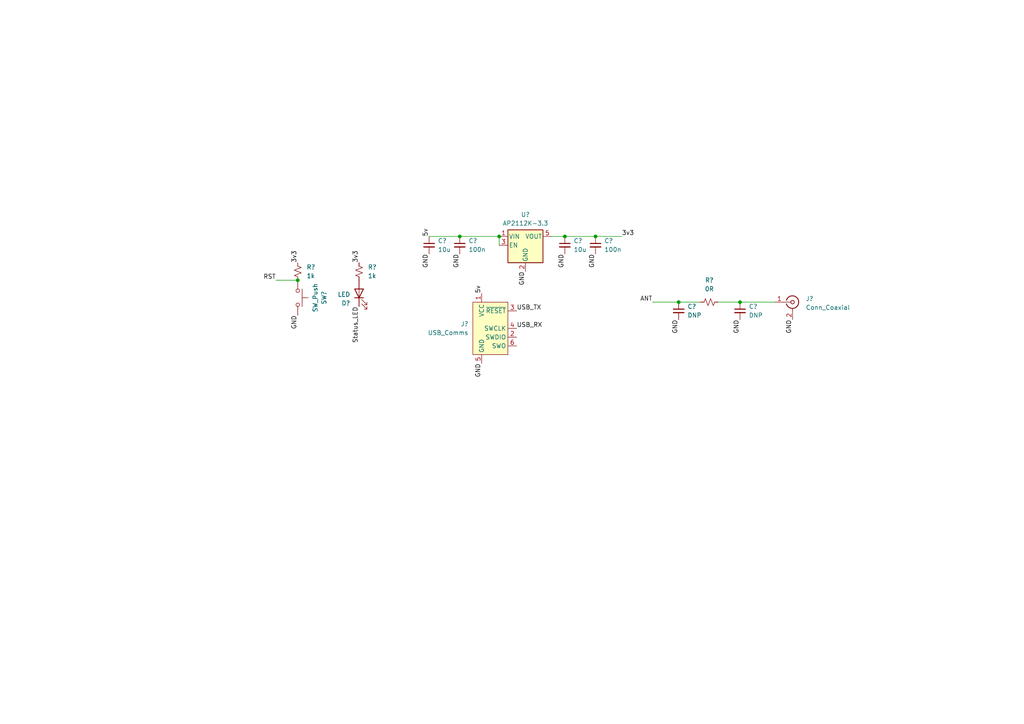
<source format=kicad_sch>
(kicad_sch (version 20230121) (generator eeschema)
  (paper "A4")
  (lib_symbols
    (symbol "Connector:Conn_ARM_SWD_TagConnect_TC2030" (in_bom no)
      (property "Reference" "J" (at 2.54 11.43 0))
      (property "Value" "Conn_ARM_SWD_TagConnect_TC2030" (at 5.08 8.89 0))
      (symbol "Conn_ARM_SWD_TagConnect_TC2030_0_0"
        (pin power_in line (at -2.54 10.16 270) (length 2.54) (name "VCC") (number "1"))
        (pin bidirectional line (at 7.62 -2.54 180) (length 2.54) (name "SWDIO") (number "2"))
        (pin open_collector line (at 7.62 5.08 180) (length 2.54) (name "~{RESET}") (number "3"))
        (pin output line (at 7.62 0 180) (length 2.54) (name "SWCLK") (number "4"))
        (pin power_in line (at -2.54 -10.16 90) (length 2.54) (name "GND") (number "5"))
        (pin input line (at 7.62 -5.08 180) (length 2.54) (name "SWO") (number "6"))
      )
      (symbol "Conn_ARM_SWD_TagConnect_TC2030_0_1"
        (rectangle (start -5.08 7.62) (end 5.08 -7.62) (fill (type background)))
      )
    )
    (symbol "Connector:Conn_Coaxial" (pin_names (offset 1.016) hide)
      (property "Reference" "J" (at 0.254 3.048 0))
      (property "Value" "Conn_Coaxial" (at 2.921 0 90))
      (symbol "Conn_Coaxial_0_1"
        (arc (start -1.778 -0.508) (mid 0.2311 -1.8066) (end 1.778 0) (stroke (width 0.254)))
        (polyline (pts (xy -2.54 0) (xy -0.508 0)))
        (polyline (pts (xy 0 -2.54) (xy 0 -1.778)))
        (circle (center 0 0) (radius 0.508) (stroke (width 0.2032)))
        (arc (start 1.778 0) (mid 0.2099 1.8101) (end -1.778 0.508) (stroke (width 0.254)))
      )
      (symbol "Conn_Coaxial_1_1"
        (pin passive line (at -5.08 0 0) (length 2.54) (name "In") (number "1"))
        (pin passive line (at 0 -5.08 90) (length 2.54) (name "Ext") (number "2"))
      )
    )
    (symbol "Device:C_Small" (pin_numbers hide) (pin_names (offset 0.254) hide)
      (property "Reference" "C" (at 0.254 1.778 0))
      (property "Value" "C_Small" (at 0.254 -2.032 0))
      (symbol "C_Small_0_1"
        (polyline (pts (xy -1.524 -0.508) (xy 1.524 -0.508)) (stroke (width 0.3302)))
        (polyline (pts (xy -1.524 0.508) (xy 1.524 0.508)) (stroke (width 0.3048)))
      )
      (symbol "C_Small_1_1"
        (pin passive line (at 0 2.54 270) (length 2.032) (name "~") (number "1"))
        (pin passive line (at 0 -2.54 90) (length 2.032) (name "~") (number "2"))
      )
    )
    (symbol "Device:LED" (pin_numbers hide) (pin_names (offset 1.016) hide)
      (property "Reference" "D" (at 0 2.54 0))
      (property "Value" "LED" (at 0 -2.54 0))
      (symbol "LED_0_1"
        (polyline (pts (xy -1.27 -1.27) (xy -1.27 1.27)) (stroke (width 0.254)))
        (polyline (pts (xy -1.27 0) (xy 1.27 0)))
        (polyline (pts (xy 1.27 -1.27) (xy 1.27 1.27) (xy -1.27 0) (xy 1.27 -1.27)) (stroke (width 0.254)))
        (polyline (pts (xy -3.048 -0.762) (xy -4.572 -2.286) (xy -3.81 -2.286) (xy -4.572 -2.286) (xy -4.572 -1.524)))
        (polyline (pts (xy -1.778 -0.762) (xy -3.302 -2.286) (xy -2.54 -2.286) (xy -3.302 -2.286) (xy -3.302 -1.524)))
      )
      (symbol "LED_1_1"
        (pin passive line (at -3.81 0 0) (length 2.54) (name "K") (number "1"))
        (pin passive line (at 3.81 0 180) (length 2.54) (name "A") (number "2"))
      )
    )
    (symbol "Device:R_Small_US" (pin_numbers hide) (pin_names (offset 0.254) hide)
      (property "Reference" "R" (at 0.762 0.508 0))
      (property "Value" "R_Small_US" (at 0.762 -1.016 0))
      (symbol "R_Small_US_1_1"
        (polyline (pts (xy 0 0) (xy 1.016 -0.381) (xy 0 -0.762) (xy -1.016 -1.143) (xy 0 -1.524)))
        (polyline (pts (xy 0 1.524) (xy 1.016 1.143) (xy 0 0.762) (xy -1.016 0.381) (xy 0 0)))
        (pin passive line (at 0 2.54 270) (length 1.016) (name "~") (number "1"))
        (pin passive line (at 0 -2.54 90) (length 1.016) (name "~") (number "2"))
      )
    )
    (symbol "Regulator_Linear:AP2112K-3.3" (pin_names (offset 0.254))
      (property "Reference" "U" (at -5.08 5.715 0))
      (property "Value" "AP2112K-3.3" (at 0 5.715 0))
      (symbol "AP2112K-3.3_0_1"
        (rectangle (start -5.08 4.445) (end 5.08 -5.08) (stroke (width 0.254)) (fill (type background)))
      )
      (symbol "AP2112K-3.3_1_1"
        (pin power_in line (at -7.62 2.54 0) (length 2.54) (name "VIN") (number "1"))
        (pin power_in line (at 0 -7.62 90) (length 2.54) (name "GND") (number "2"))
        (pin input line (at -7.62 0 0) (length 2.54) (name "EN") (number "3"))
        (pin no_connect line (at 5.08 0 180) (length 2.54) hide (name "NC") (number "4"))
        (pin power_out line (at 7.62 2.54 180) (length 2.54) (name "VOUT") (number "5"))
      )
    )
    (symbol "Switch:SW_Push" (pin_numbers hide) (pin_names (offset 1.016) hide)
      (property "Reference" "SW" (at 1.27 2.54 0))
      (property "Value" "SW_Push" (at 0 -1.524 0))
      (symbol "SW_Push_0_1"
        (circle (center -2.032 0) (radius 0.508))
        (polyline (pts (xy 0 1.27) (xy 0 3.048)))
        (polyline (pts (xy 2.54 1.27) (xy -2.54 1.27)))
        (circle (center 2.032 0) (radius 0.508))
        (pin passive line (at -5.08 0 0) (length 2.54) (name "1") (number "1"))
        (pin passive line (at 5.08 0 180) (length 2.54) (name "2") (number "2"))
      )
    )
  )
  (junction (at 214.63 87.63))
  (junction (at 196.85 87.63))
  (junction (at 86.36 81.28))
  (junction (at 144.78 68.58))
  (junction (at 133.35 68.58))
  (junction (at 163.83 68.58))
  (junction (at 172.72 68.58))
  (wire (pts (xy 80.01 81.28) (xy 86.36 81.28)))
  (wire (pts (xy 144.78 68.58) (xy 144.78 71.12)))
  (wire (pts (xy 196.85 87.63) (xy 203.2 87.63)))
  (wire (pts (xy 189.23 87.63) (xy 196.85 87.63)))
  (wire (pts (xy 214.63 87.63) (xy 224.79 87.63)))
  (wire (pts (xy 208.28 87.63) (xy 214.63 87.63)))
  (wire (pts (xy 133.35 68.58) (xy 144.78 68.58)))
  (wire (pts (xy 172.72 68.58) (xy 180.34 68.58)))
  (wire (pts (xy 160.02 68.58) (xy 163.83 68.58)))
  (wire (pts (xy 163.83 68.58) (xy 172.72 68.58)))
  (wire (pts (xy 124.46 68.58) (xy 133.35 68.58)))
  (label "RST" (at 80.01 81.28 180))
  (label "GND" (at 86.36 91.44 270))
  (label "USB_RX" (at 149.86 95.25 0))
  (label "ANT" (at 189.23 87.63 180))
  (label "3v3" (at 104.14 76.2 90))
  (label "5v" (at 139.7 85.09 90))
  (label "GND" (at 214.63 92.71 270))
  (label "GND" (at 229.87 92.71 270))
  (label "GND" (at 152.4 78.74 270))
  (label "3v3" (at 180.34 68.58 0))
  (label "GND" (at 133.35 73.66 270))
  (label "GND" (at 139.7 105.41 270))
  (label "USB_TX" (at 149.86 90.17 0))
  (label "GND" (at 196.85 92.71 270))
  (label "GND" (at 163.83 73.66 270))
  (label "GND" (at 172.72 73.66 270))
  (label "Status_LED" (at 104.14 88.9 270))
  (label "3v3" (at 86.36 76.2 90))
  (label "5v" (at 124.46 68.58 90))
  (label "GND" (at 124.46 73.66 270))
  (symbol (lib_id "Device:R_Small_US") (at 86.36 78.74 180) (unit 1) (on_board no)
    (property "Reference" "R?" (at 88.9 77.47 0) (effects (justify right)))
    (property "Value" "1k" (at 88.9 80.01 0) (effects (justify right)))
    (property "Footprint" "Resistor_SMD:R_0805_2012Metric_Pad1.20x1.40mm_HandSolder" (effects hide))
    (instances (project "DDRN_Hardware" (path "" (reference "R?") (unit 1)) (path "" (reference "R14") (unit 1))))
  )
  (symbol (lib_id "Connector:Conn_Coaxial") (at 229.87 87.63 0) (unit 1) (on_board no)
    (property "Reference" "J?" (at 233.68 86.6532 0) (effects (justify left)))
    (property "Value" "Conn_Coaxial" (at 233.68 89.1932 0) (effects (justify left)))
    (property "Footprint" "Connector_Coaxial:SMA_Amphenol_132289_EdgeMount" (effects hide))
    (property "Datasheet" " ~" (effects hide))
    (instances (project "DDRN_Hardware" (path "" (reference "J?") (unit 1)) (path "" (reference "J7") (unit 1))))
  )
  (symbol (lib_id "Device:C_Small") (at 163.83 71.12 0) (unit 1) (on_board no)
    (property "Reference" "C?" (at 166.37 69.8563 0) (effects (justify left)))
    (property "Value" "10u" (at 166.37 72.3963 0) (effects (justify left)))
    (property "Footprint" "Capacitor_SMD:C_0805_2012Metric_Pad1.18x1.45mm_HandSolder" (effects hide))
    (instances (project "DDRN_Hardware" (path "" (reference "C?") (unit 1)) (path "" (reference "C9") (unit 1))))
  )
  (symbol (lib_id "Device:C_Small") (at 133.35 71.12 0) (unit 1) (on_board no)
    (property "Reference" "C?" (at 135.89 69.8563 0) (effects (justify left)))
    (property "Value" "100n" (at 135.89 72.3963 0) (effects (justify left)))
    (property "Footprint" "Capacitor_SMD:C_0805_2012Metric_Pad1.18x1.45mm_HandSolder" (effects hide))
    (instances (project "DDRN_Hardware" (path "" (reference "C?") (unit 1)) (path "" (reference "C8") (unit 1))))
  )
  (symbol (lib_id "Connector:Conn_ARM_SWD_TagConnect_TC2030") (at 142.24 95.25 0) (unit 1) (in_bom no) (on_board no)
    (property "Reference" "J?" (at 135.89 93.98 0) (effects (justify right)))
    (property "Value" "USB_Comms" (at 135.89 96.52 0) (effects (justify right)))
    (property "Footprint" "Connector:Tag-Connect_TC2030-IDC-NL_2x03_P1.27mm_Vertical" (effects hide))
    (property "Datasheet" "https://www.tag-connect.com/wp-content/uploads/bsk-pdf-manager/TC2030-CTX_1.pdf" (effects hide))
    (instances (project "DDRN_Hardware" (path "" (reference "J?") (unit 1)) (path "" (reference "J6") (unit 1))))
  )
  (symbol (lib_id "Device:LED") (at 104.14 85.09 90) (unit 1) (on_board no)
    (property "Reference" "D?" (at 101.6 87.9475 90) (effects (justify left)))
    (property "Value" "LED" (at 101.6 85.4075 90) (effects (justify left)))
    (property "Footprint" "LED_SMD:LED_0805_2012Metric_Pad1.15x1.40mm_HandSolder" (effects hide))
    (instances (project "DDRN_Hardware" (path "" (reference "D?") (unit 1)) (path "" (reference "D2") (unit 1))))
  )
  (symbol (lib_id "Device:C_Small") (at 124.46 71.12 0) (unit 1) (on_board no)
    (property "Reference" "C?" (at 127 69.8563 0) (effects (justify left)))
    (property "Value" "10u" (at 127 72.3963 0) (effects (justify left)))
    (property "Footprint" "Capacitor_SMD:C_0805_2012Metric_Pad1.18x1.45mm_HandSolder" (effects hide))
    (instances (project "DDRN_Hardware" (path "" (reference "C?") (unit 1)) (path "" (reference "C7") (unit 1))))
  )
  (symbol (lib_id "Device:C_Small") (at 196.85 90.17 0) (unit 1) (on_board no)
    (property "Reference" "C?" (at 199.39 88.9063 0) (effects (justify left)))
    (property "Value" "DNP" (at 199.39 91.4463 0) (effects (justify left)))
    (property "Footprint" "Capacitor_SMD:C_0805_2012Metric_Pad1.18x1.45mm_HandSolder" (effects hide))
    (instances (project "DDRN_Hardware" (path "" (reference "C?") (unit 1)) (path "" (reference "C11") (unit 1))))
  )
  (symbol (lib_id "Device:R_Small_US") (at 104.14 78.74 180) (unit 1) (on_board no)
    (property "Reference" "R?" (at 106.68 77.47 0) (effects (justify right)))
    (property "Value" "1k" (at 106.68 80.01 0) (effects (justify right)))
    (property "Footprint" "Resistor_SMD:R_0805_2012Metric_Pad1.20x1.40mm_HandSolder" (effects hide))
    (instances (project "DDRN_Hardware" (path "" (reference "R?") (unit 1)) (path "" (reference "R15") (unit 1))))
  )
  (symbol (lib_id "Device:R_Small_US") (at 205.74 87.63 270) (unit 1) (on_board no)
    (property "Reference" "R?" (at 205.74 81.28 90))
    (property "Value" "0R" (at 205.74 83.82 90))
    (property "Footprint" "Resistor_SMD:R_0805_2012Metric_Pad1.20x1.40mm_HandSolder" (effects hide))
    (instances (project "DDRN_Hardware" (path "" (reference "R?") (unit 1)) (path "" (reference "R16") (unit 1))))
  )
  (symbol (lib_id "Device:C_Small") (at 214.63 90.17 0) (unit 1) (on_board no)
    (property "Reference" "C?" (at 217.17 88.9063 0) (effects (justify left)))
    (property "Value" "DNP" (at 217.17 91.4463 0) (effects (justify left)))
    (property "Footprint" "Capacitor_SMD:C_0805_2012Metric_Pad1.18x1.45mm_HandSolder" (effects hide))
    (instances (project "DDRN_Hardware" (path "" (reference "C?") (unit 1)) (path "" (reference "C12") (unit 1))))
  )
  (symbol (lib_id "Regulator_Linear:AP2112K-3.3") (at 152.4 71.12 0) (unit 1) (on_board no)
    (property "Reference" "U?" (at 152.4 62.23 0))
    (property "Value" "AP2112K-3.3" (at 152.4 64.77 0))
    (property "Footprint" "Package_TO_SOT_SMD:SOT-23-5" (effects hide))
    (property "Datasheet" "https://www.diodes.com/assets/Datasheets/AP2112.pdf" (effects hide))
    (instances (project "DDRN_Hardware" (path "" (reference "U?") (unit 1)) (path "" (reference "U6") (unit 1))))
  )
  (symbol (lib_id "Switch:SW_Push") (at 86.36 86.36 270) (unit 1) (on_board no)
    (property "Reference" "SW?" (at 93.98 86.36 0))
    (property "Value" "SW_Push" (at 91.44 86.36 0))
    (property "Footprint" "Button_Switch_SMD:SW_SPST_B3S-1000" (effects hide))
    (instances (project "DDRN_Hardware" (path "" (reference "SW?") (unit 1)) (path "" (reference "SW1") (unit 1))))
  )
  (symbol (lib_id "Device:C_Small") (at 172.72 71.12 0) (unit 1) (on_board no)
    (property "Reference" "C?" (at 175.26 69.8563 0) (effects (justify left)))
    (property "Value" "100n" (at 175.26 72.3963 0) (effects (justify left)))
    (property "Footprint" "Capacitor_SMD:C_0805_2012Metric_Pad1.18x1.45mm_HandSolder" (effects hide))
    (instances (project "DDRN_Hardware" (path "" (reference "C?") (unit 1)) (path "" (reference "C10") (unit 1))))
  )
)
</source>
